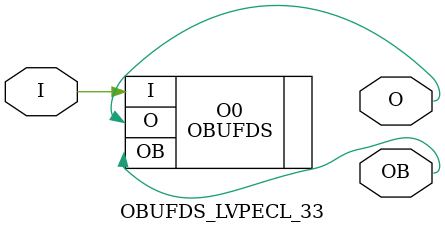
<source format=v>


`timescale  1 ps / 1 ps


module OBUFDS_LVPECL_33 (O, OB, I);

    output O, OB;

    input  I;

	OBUFDS #(.IOSTANDARD("LVPECL_33")) O0 (.O(O), .I(I), .OB(OB));


endmodule



</source>
